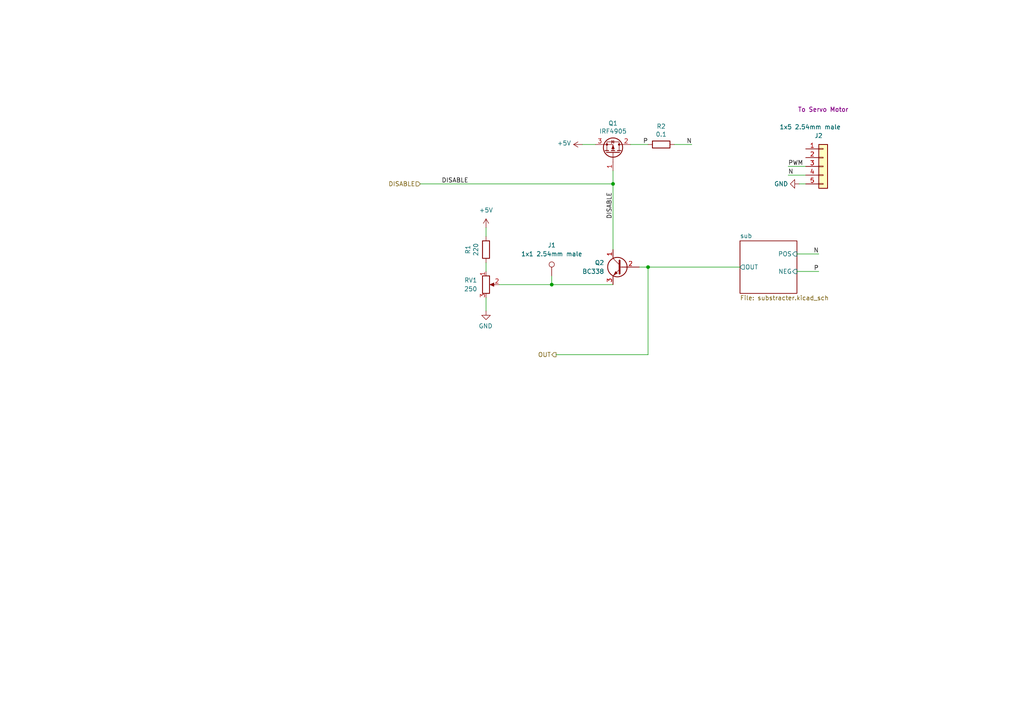
<source format=kicad_sch>
(kicad_sch (version 20211123) (generator eeschema)
  (paper "A4")
  (lib_symbols
    (symbol "Connector:TestPoint" (pin_numbers hide) (pin_names (offset 0.762) hide)
      (property "Reference" "TP" (at 0 6.858 0))
      (property "Value" "TestPoint" (at 0 5.08 0))
      (symbol "TestPoint_0_1"
        (circle (center 0 3.302) (radius 0.762))
      )
      (symbol "TestPoint_1_1"
        (pin passive line (at 0 0 90) (length 2.54) (name "1") (number "1"))
      )
    )
    (symbol "Connector_Generic:Conn_01x05" (pin_names (offset 1.016) hide)
      (property "Reference" "J" (at 0 7.62 0))
      (property "Value" "Conn_01x05" (at 0 -7.62 0))
      (symbol "Conn_01x05_1_1"
        (rectangle (start -1.27 -4.953) (end 0 -5.207) (stroke (width 0.1524)))
        (rectangle (start -1.27 -2.413) (end 0 -2.667) (stroke (width 0.1524)))
        (rectangle (start -1.27 0.127) (end 0 -0.127) (stroke (width 0.1524)))
        (rectangle (start -1.27 2.667) (end 0 2.413) (stroke (width 0.1524)))
        (rectangle (start -1.27 5.207) (end 0 4.953) (stroke (width 0.1524)))
        (rectangle (start -1.27 6.35) (end 1.27 -6.35) (stroke (width 0.254)) (fill (type background)))
        (pin passive line (at -5.08 5.08 0) (length 3.81) (name "Pin_1") (number "1"))
        (pin passive line (at -5.08 2.54 0) (length 3.81) (name "Pin_2") (number "2"))
        (pin passive line (at -5.08 0 0) (length 3.81) (name "Pin_3") (number "3"))
        (pin passive line (at -5.08 -2.54 0) (length 3.81) (name "Pin_4") (number "4"))
        (pin passive line (at -5.08 -5.08 0) (length 3.81) (name "Pin_5") (number "5"))
      )
    )
    (symbol "Device:Q_PMOS_GDS" (pin_names (offset 0) hide)
      (property "Reference" "Q" (at 5.08 1.27 0))
      (property "Value" "Q_PMOS_GDS" (at 5.08 -1.27 0))
      (symbol "Q_PMOS_GDS_0_1"
        (polyline (pts (xy 0.254 0) (xy -2.54 0)))
        (polyline (pts (xy 0.254 1.905) (xy 0.254 -1.905)) (stroke (width 0.254)))
        (polyline (pts (xy 0.762 -1.27) (xy 0.762 -2.286)) (stroke (width 0.254)))
        (polyline (pts (xy 0.762 0.508) (xy 0.762 -0.508)) (stroke (width 0.254)))
        (polyline (pts (xy 0.762 2.286) (xy 0.762 1.27)) (stroke (width 0.254)))
        (polyline (pts (xy 2.54 2.54) (xy 2.54 1.778)))
        (polyline (pts (xy 2.54 -2.54) (xy 2.54 0) (xy 0.762 0)))
        (polyline (pts (xy 0.762 1.778) (xy 3.302 1.778) (xy 3.302 -1.778) (xy 0.762 -1.778)))
        (polyline (pts (xy 2.286 0) (xy 1.27 0.381) (xy 1.27 -0.381) (xy 2.286 0)) (fill (type outline)))
        (polyline (pts (xy 2.794 -0.508) (xy 2.921 -0.381) (xy 3.683 -0.381) (xy 3.81 -0.254)))
        (polyline (pts (xy 3.302 -0.381) (xy 2.921 0.254) (xy 3.683 0.254) (xy 3.302 -0.381)))
        (circle (center 1.651 0) (radius 2.794) (stroke (width 0.254)))
        (circle (center 2.54 -1.778) (radius 0.254) (fill (type outline)))
        (circle (center 2.54 1.778) (radius 0.254) (fill (type outline)))
      )
      (symbol "Q_PMOS_GDS_1_1"
        (pin input line (at -5.08 0 0) (length 2.54) (name "G") (number "1"))
        (pin passive line (at 2.54 5.08 270) (length 2.54) (name "D") (number "2"))
        (pin passive line (at 2.54 -5.08 90) (length 2.54) (name "S") (number "3"))
      )
    )
    (symbol "Device:R" (pin_numbers hide) (pin_names (offset 0))
      (property "Reference" "R" (at 2.032 0 90))
      (property "Value" "R" (at 0 0 90))
      (symbol "R_0_1"
        (rectangle (start -1.016 -2.54) (end 1.016 2.54) (stroke (width 0.254)))
      )
      (symbol "R_1_1"
        (pin passive line (at 0 3.81 270) (length 1.27) (name "~") (number "1"))
        (pin passive line (at 0 -3.81 90) (length 1.27) (name "~") (number "2"))
      )
    )
    (symbol "Device:R_Potentiometer" (pin_names (offset 1.016) hide)
      (property "Reference" "RV" (at -4.445 0 90))
      (property "Value" "R_Potentiometer" (at -2.54 0 90))
      (symbol "R_Potentiometer_0_1"
        (polyline (pts (xy 2.54 0) (xy 1.524 0)))
        (polyline (pts (xy 1.143 0) (xy 2.286 0.508) (xy 2.286 -0.508) (xy 1.143 0)) (fill (type outline)))
        (rectangle (start 1.016 2.54) (end -1.016 -2.54) (stroke (width 0.254)))
      )
      (symbol "R_Potentiometer_1_1"
        (pin passive line (at 0 3.81 270) (length 1.27) (name "1") (number "1"))
        (pin passive line (at 3.81 0 180) (length 1.27) (name "2") (number "2"))
        (pin passive line (at 0 -3.81 90) (length 1.27) (name "3") (number "3"))
      )
    )
    (symbol "Tuzibaba-cache:BC338" (pin_names (offset 0) hide)
      (property "Reference" "Q" (at 5.08 1.905 0))
      (property "Value" "BC338" (at 5.08 0 0))
      (symbol "BC338_0_1"
        (polyline (pts (xy 0 0) (xy 0.635 0)))
        (polyline (pts (xy 0.635 0.635) (xy 2.54 2.54)))
        (polyline (pts (xy 0.635 -0.635) (xy 2.54 -2.54) (xy 2.54 -2.54)))
        (polyline (pts (xy 0.635 1.905) (xy 0.635 -1.905) (xy 0.635 -1.905)) (stroke (width 0.508)))
        (polyline (pts (xy 1.27 -1.778) (xy 1.778 -1.27) (xy 2.286 -2.286) (xy 1.27 -1.778) (xy 1.27 -1.778)) (fill (type outline)))
        (circle (center 1.27 0) (radius 2.8194) (stroke (width 0.254)))
      )
      (symbol "BC338_1_1"
        (pin passive line (at 2.54 5.08 270) (length 2.54) (name "C") (number "1"))
        (pin input line (at -5.08 0 0) (length 5.08) (name "B") (number "2"))
        (pin passive line (at 2.54 -5.08 90) (length 2.54) (name "E") (number "3"))
      )
    )
    (symbol "power:+5V" (power) (pin_names (offset 0))
      (property "Value" "+5V" (at 0 3.556 0))
      (symbol "+5V_0_1"
        (polyline (pts (xy -0.762 1.27) (xy 0 2.54)))
        (polyline (pts (xy 0 0) (xy 0 2.54)))
        (polyline (pts (xy 0 2.54) (xy 0.762 1.27)))
      )
      (symbol "+5V_1_1"
        (pin power_in line (at 0 0 90) (length 0) hide (name "+5V") (number "1"))
      )
    )
    (symbol "power:GND" (power) (pin_names (offset 0))
      (property "Value" "GND" (at 0 -3.81 0))
      (symbol "GND_0_1"
        (polyline (pts (xy 0 0) (xy 0 -1.27) (xy 1.27 -1.27) (xy 0 -2.54) (xy -1.27 -1.27) (xy 0 -1.27)))
      )
      (symbol "GND_1_1"
        (pin power_in line (at 0 0 270) (length 0) hide (name "GND") (number "1"))
      )
    )
  )
  (junction (at 187.96 77.47))
  (junction (at 177.8 53.34))
  (junction (at 160.02 82.55))
  (wire (pts (xy 237.49 73.66) (xy 231.14 73.66)))
  (wire (pts (xy 182.88 41.91) (xy 187.96 41.91)))
  (wire (pts (xy 233.68 50.8) (xy 228.6 50.8)))
  (wire (pts (xy 160.02 82.55) (xy 160.02 80.01)))
  (wire (pts (xy 187.96 77.47) (xy 214.63 77.47)))
  (wire (pts (xy 161.29 102.87) (xy 187.96 102.87)))
  (wire (pts (xy 233.68 48.26) (xy 228.6 48.26)))
  (wire (pts (xy 177.8 49.53) (xy 177.8 53.34)))
  (wire (pts (xy 140.97 86.36) (xy 140.97 90.17)))
  (wire (pts (xy 237.49 78.74) (xy 231.14 78.74)))
  (wire (pts (xy 140.97 66.04) (xy 140.97 68.58)))
  (wire (pts (xy 195.58 41.91) (xy 200.66 41.91)))
  (wire (pts (xy 177.8 53.34) (xy 177.8 72.39)))
  (wire (pts (xy 168.91 41.91) (xy 172.72 41.91)))
  (wire (pts (xy 231.775 53.34) (xy 233.68 53.34)))
  (wire (pts (xy 160.02 82.55) (xy 177.8 82.55)))
  (wire (pts (xy 140.97 76.2) (xy 140.97 78.74)))
  (wire (pts (xy 187.96 77.47) (xy 187.96 102.87)))
  (wire (pts (xy 185.42 77.47) (xy 187.96 77.47)))
  (wire (pts (xy 121.92 53.34) (xy 177.8 53.34)))
  (wire (pts (xy 144.78 82.55) (xy 160.02 82.55)))
  (label "P" (at 187.96 41.91 180))
  (label "DISABLE" (at 177.8 63.5 90))
  (label "N" (at 228.6 50.8 0))
  (label "N" (at 237.49 73.66 180))
  (label "P" (at 237.49 78.74 180))
  (label "N" (at 200.66 41.91 180))
  (label "PWM" (at 228.6 48.26 0))
  (label "DISABLE" (at 135.89 53.34 180))
  (hierarchical_label "DISABLE" (shape input) (at 121.92 53.34 180))
  (hierarchical_label "OUT" (shape output) (at 161.29 102.87 180))
  (symbol (lib_id "power:+5V") (at 140.97 66.04 0) (unit 1)
    (property "Reference" "#PWR01" (effects hide))
    (property "Value" "+5V" (at 140.97 60.96 0))
  )
  (symbol (lib_id "power:+5V") (at 168.91 41.91 90) (unit 1)
    (property "Reference" "#PWR05" (effects hide))
    (property "Value" "+5V" (at 165.6588 41.529 90) (effects (justify left)))
  )
  (symbol (lib_id "Connector:TestPoint") (at 160.02 80.01 0) (unit 1)
    (property "Reference" "J1" (at 160.02 71.12 0))
    (property "Value" "1x1 2.54mm male" (at 160.02 73.66 0))
    (property "Footprint" "Connector_PinHeader_2.54mm:PinHeader_1x01_P2.54mm_Vertical" (effects hide))
  )
  (symbol (lib_id "Device:R") (at 140.97 72.39 0) (unit 1)
    (property "Reference" "R1" (at 135.7122 72.39 90))
    (property "Value" "220" (at 138.0236 72.39 90))
    (property "Footprint" "For_Rasterboard:R_Axial_DIN0207_L6.3mm_D2.5mm_Pinf_Horizontal" (effects hide))
  )
  (symbol (lib_id "Device:Q_PMOS_GDS") (at 177.8 44.45 270) (mirror x) (unit 1)
    (property "Reference" "Q1" (at 177.8 35.7632 90))
    (property "Value" "IRF4905" (at 177.8 38.0746 90))
    (property "Footprint" "Package_TO_SOT_THT:TO-220-3_Vertical" (effects hide))
  )
  (symbol (lib_id "Tuzibaba-cache:BC338") (at 180.34 77.47 0) (mirror y) (unit 1)
    (property "Reference" "Q2" (at 175.26 76.1999 0) (effects (justify left)))
    (property "Value" "BC338" (at 175.26 78.7399 0) (effects (justify left)))
    (property "Footprint" "For_Rasterboard:TO-92_Inline_inf" (effects hide))
  )
  (symbol (lib_id "power:GND") (at 140.97 90.17 0) (mirror y) (unit 1)
    (property "Reference" "#PWR04" (effects hide))
    (property "Value" "GND" (at 140.843 94.5642 0))
  )
  (symbol (lib_id "Device:R_Potentiometer") (at 140.97 82.55 0) (unit 1)
    (property "Reference" "RV1" (at 138.43 81.2799 0) (effects (justify right)))
    (property "Value" "250" (at 138.43 83.8199 0) (effects (justify right)))
    (property "Footprint" "Potentiometer_THT:Potentiometer_Piher_PT-10-V10_Vertical" (effects hide))
  )
  (symbol (lib_id "Device:R") (at 191.77 41.91 270) (unit 1)
    (property "Reference" "R2" (at 191.77 36.6522 90))
    (property "Value" "0.1" (at 191.77 38.9636 90))
    (property "Footprint" "Resistor_THT:R_Axial_DIN0207_L6.3mm_D2.5mm_P10.16mm_Horizontal" (effects hide))
  )
  (symbol (lib_id "power:GND") (at 231.775 53.34 270) (unit 1)
    (property "Reference" "#PWR06" (effects hide))
    (property "Value" "GND" (at 228.6 53.3399 90) (effects (justify right)))
  )
  (symbol (lib_id "Connector_Generic:Conn_01x05") (at 238.76 48.26 0) (unit 1)
    (property "Reference" "J2" (at 236.22 39.37 0) (effects (justify left)))
    (property "Value" "1x5 2.54mm male" (at 226.06 36.83 0) (effects (justify left)))
    (property "Footprint" "Connector_PinSocket_2.54mm:PinSocket_1x05_P2.54mm_Vertical" (effects hide))
    (property "Comment" "To Servo Motor" (at 238.76 31.75 0))
  )
  (sheet (at 214.63 69.85) (size 16.51 15.24) (stroke (width 0.1524))
    (property "Sheet name" "sub" (at 214.63 69.1384 0) (effects (justify left bottom)))
    (property "Sheet file" "substracter.kicad_sch" (at 214.63 85.6746 0) (effects (justify left top)))
    (pin "POS" input (at 231.14 73.66 0))
    (pin "NEG" input (at 231.14 78.74 0))
    (pin "OUT" output (at 214.63 77.47 180))
  )
)
</source>
